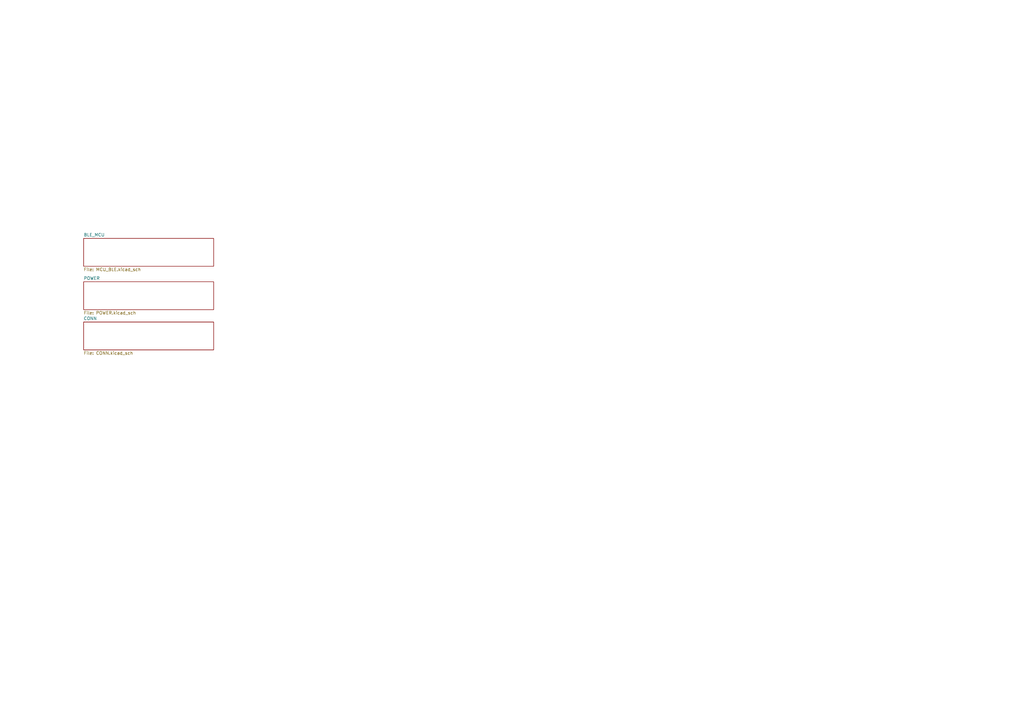
<source format=kicad_sch>
(kicad_sch
	(version 20231120)
	(generator "eeschema")
	(generator_version "8.0")
	(uuid "45b78866-6047-4631-b3ef-230df13ace1e")
	(paper "A3")
	(title_block
		(title "nRF Battery Dev Kit")
		(date "2024-02-26")
		(rev "Proto")
		(company "Clover Designs")
		(comment 1 "Brendan Bleker")
	)
	(lib_symbols)
	(sheet
		(at 34.29 115.57)
		(size 53.34 11.43)
		(fields_autoplaced yes)
		(stroke
			(width 0.1524)
			(type solid)
		)
		(fill
			(color 0 0 0 0.0000)
		)
		(uuid "541a77a4-bacc-4614-a088-bb5308ebcf76")
		(property "Sheetname" "POWER"
			(at 34.29 114.8584 0)
			(effects
				(font
					(size 1.27 1.27)
				)
				(justify left bottom)
			)
		)
		(property "Sheetfile" "POWER.kicad_sch"
			(at 34.29 127.5846 0)
			(effects
				(font
					(size 1.27 1.27)
				)
				(justify left top)
			)
		)
		(instances
			(project "Bluetooth_OSHW"
				(path "/45b78866-6047-4631-b3ef-230df13ace1e"
					(page "4")
				)
			)
		)
	)
	(sheet
		(at 34.29 97.79)
		(size 53.34 11.43)
		(fields_autoplaced yes)
		(stroke
			(width 0.1524)
			(type solid)
		)
		(fill
			(color 0 0 0 0.0000)
		)
		(uuid "7b2dfbe2-907a-422c-96c9-24d772068968")
		(property "Sheetname" "BLE_MCU"
			(at 34.29 97.0784 0)
			(effects
				(font
					(size 1.27 1.27)
				)
				(justify left bottom)
			)
		)
		(property "Sheetfile" "MCU_BLE.kicad_sch"
			(at 34.29 109.8046 0)
			(effects
				(font
					(size 1.27 1.27)
				)
				(justify left top)
			)
		)
		(instances
			(project "Bluetooth_OSHW"
				(path "/45b78866-6047-4631-b3ef-230df13ace1e"
					(page "2")
				)
			)
		)
	)
	(sheet
		(at 34.29 132.08)
		(size 53.34 11.43)
		(fields_autoplaced yes)
		(stroke
			(width 0.1524)
			(type solid)
		)
		(fill
			(color 0 0 0 0.0000)
		)
		(uuid "d84593e0-78e2-42aa-87f9-65c79fa5b8e5")
		(property "Sheetname" "CONN"
			(at 34.29 131.3684 0)
			(effects
				(font
					(size 1.27 1.27)
				)
				(justify left bottom)
			)
		)
		(property "Sheetfile" "CONN.kicad_sch"
			(at 34.29 144.0946 0)
			(effects
				(font
					(size 1.27 1.27)
				)
				(justify left top)
			)
		)
		(instances
			(project "Bluetooth_OSHW"
				(path "/45b78866-6047-4631-b3ef-230df13ace1e"
					(page "5")
				)
			)
		)
	)
	(sheet_instances
		(path "/"
			(page "1")
		)
	)
)
</source>
